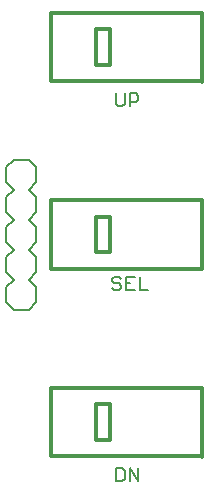
<source format=gto>
G75*
%MOIN*%
%OFA0B0*%
%FSLAX25Y25*%
%IPPOS*%
%LPD*%
%AMOC8*
5,1,8,0,0,1.08239X$1,22.5*
%
%ADD10C,0.00800*%
%ADD11C,0.01200*%
D10*
X0007750Y0089000D02*
X0012750Y0089000D01*
X0015250Y0091500D01*
X0015250Y0096500D01*
X0012750Y0099000D01*
X0015250Y0101500D01*
X0015250Y0106500D01*
X0012750Y0109000D01*
X0015250Y0111500D01*
X0015250Y0116500D01*
X0012750Y0119000D01*
X0015250Y0121500D01*
X0015250Y0126500D01*
X0012750Y0129000D01*
X0015250Y0131500D01*
X0015250Y0136500D01*
X0012750Y0139000D01*
X0007750Y0139000D01*
X0005250Y0136500D01*
X0005250Y0131500D01*
X0007750Y0129000D01*
X0005250Y0126500D01*
X0005250Y0121500D01*
X0007750Y0119000D01*
X0005250Y0116500D01*
X0005250Y0111500D01*
X0007750Y0109000D01*
X0005250Y0106500D01*
X0005250Y0101500D01*
X0007750Y0099000D01*
X0005250Y0096500D01*
X0005250Y0091500D01*
X0007750Y0089000D01*
X0040650Y0096351D02*
X0041351Y0095650D01*
X0042752Y0095650D01*
X0043452Y0096351D01*
X0043452Y0097051D01*
X0042752Y0097752D01*
X0041351Y0097752D01*
X0040650Y0098452D01*
X0040650Y0099153D01*
X0041351Y0099854D01*
X0042752Y0099854D01*
X0043452Y0099153D01*
X0045254Y0099854D02*
X0045254Y0095650D01*
X0048056Y0095650D01*
X0046655Y0097752D02*
X0045254Y0097752D01*
X0045254Y0099854D02*
X0048056Y0099854D01*
X0049858Y0099854D02*
X0049858Y0095650D01*
X0052660Y0095650D01*
X0049306Y0036104D02*
X0049306Y0031900D01*
X0046504Y0036104D01*
X0046504Y0031900D01*
X0044702Y0032601D02*
X0044702Y0035403D01*
X0044002Y0036104D01*
X0041900Y0036104D01*
X0041900Y0031900D01*
X0044002Y0031900D01*
X0044702Y0032601D01*
X0044002Y0156900D02*
X0042601Y0156900D01*
X0041900Y0157601D01*
X0041900Y0161104D01*
X0044702Y0157601D02*
X0044002Y0156900D01*
X0044702Y0157601D02*
X0044702Y0161104D01*
X0046504Y0161104D02*
X0046504Y0156900D01*
X0046504Y0158301D02*
X0048606Y0158301D01*
X0049306Y0159002D01*
X0049306Y0160403D01*
X0048606Y0161104D01*
X0046504Y0161104D01*
D11*
X0020053Y0062917D02*
X0020053Y0040083D01*
X0045250Y0040083D01*
X0070526Y0040083D01*
X0070447Y0040043D02*
X0070447Y0062917D01*
X0020053Y0062917D01*
X0020053Y0102583D02*
X0020053Y0125417D01*
X0070447Y0125417D01*
X0070447Y0102543D01*
X0070526Y0102583D02*
X0045250Y0102583D01*
X0020053Y0102583D01*
X0035211Y0108094D02*
X0035211Y0119906D01*
X0039935Y0119906D01*
X0039935Y0114000D01*
X0039935Y0108094D01*
X0035211Y0108094D01*
X0035211Y0057406D02*
X0039935Y0057406D01*
X0039935Y0051500D01*
X0039935Y0045594D01*
X0035211Y0045594D01*
X0035211Y0057406D01*
X0045250Y0165083D02*
X0020053Y0165083D01*
X0020053Y0187917D01*
X0070447Y0187917D01*
X0070447Y0165043D01*
X0070526Y0165083D02*
X0045250Y0165083D01*
X0039935Y0170594D02*
X0035211Y0170594D01*
X0035211Y0182406D01*
X0039935Y0182406D01*
X0039935Y0176500D01*
X0039935Y0170594D01*
M02*

</source>
